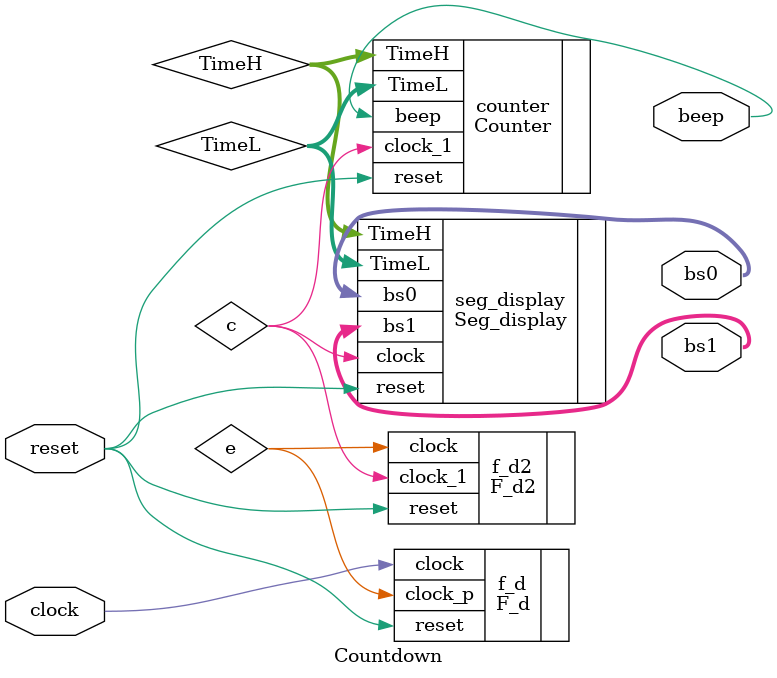
<source format=v>
/*
 * Countdown
 * ---------------------
 * For: University of Leeds
 * Date: 6th May 2021
 *
 * Description
 * ------------
 * Connect each module
 */
 
module Countdown(
clock,
reset,
beep,
//seg,
bs0,
bs1
);

 input clock;
 input reset;
 //output [1:0] seg;
 output [6:0] bs0;
 output [6:0] bs1;
 output beep;
 
 wire e;
 wire c;
 wire [3:0] TimeL;
 wire [3:0] TimeH;

 F_d f_d(
 .clock(clock),
 .reset(reset),
 .clock_p(e)
 );
 
 F_d2 f_d2(
 .clock(e),
 .reset(reset),
 .clock_1(c)
 );
 
 Counter counter(
 .clock_1(c),
 .reset(reset),
 .TimeH(TimeH),
 .TimeL(TimeL),
 .beep(beep)
 );
 
 Seg_display seg_display(
 .clock(c),
 .reset(reset),
 .TimeH(TimeH),
 .TimeL(TimeL),
 //.seg(seg),
 .bs0(bs0),
 .bs1(bs1)
 );
 
 endmodule
 
</source>
